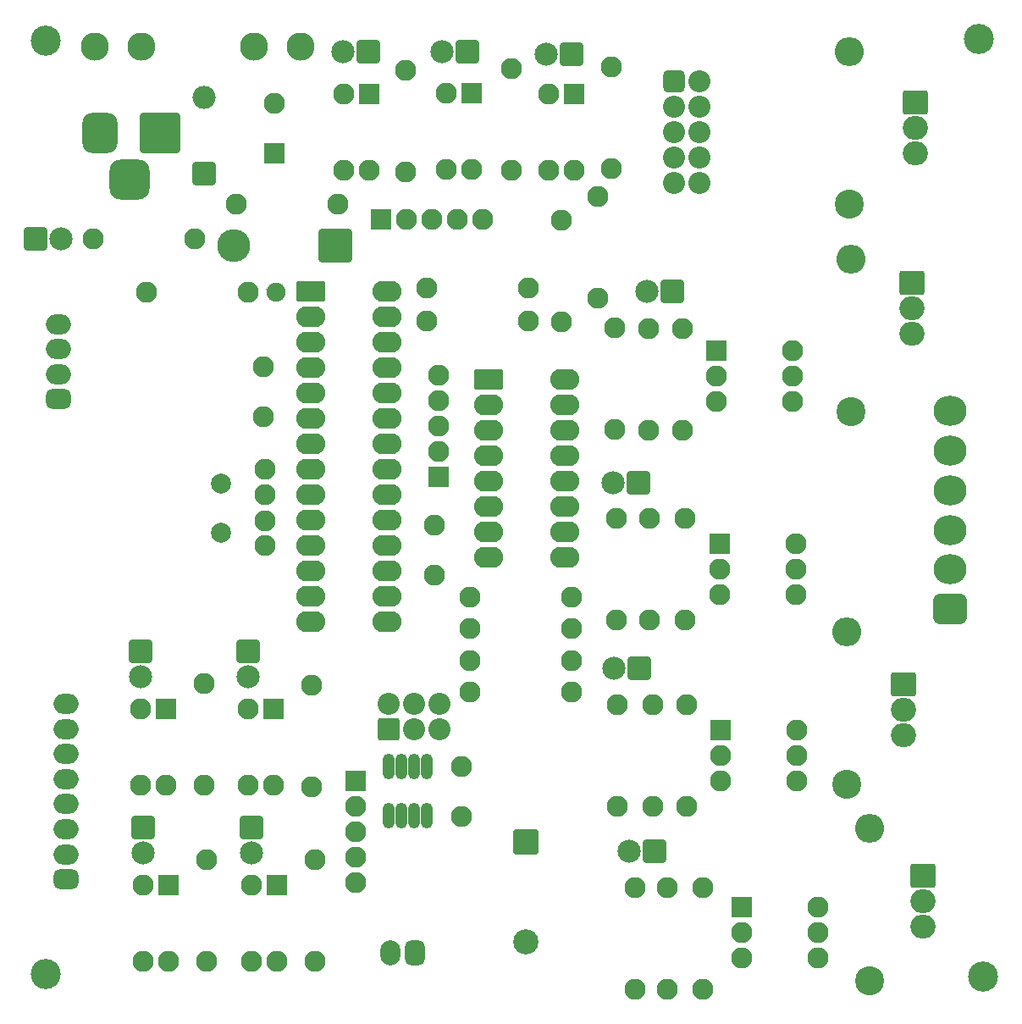
<source format=gbr>
%TF.GenerationSoftware,KiCad,Pcbnew,(6.0.8)*%
%TF.CreationDate,2022-11-15T21:12:59+04:00*%
%TF.ProjectId,Dryer2,44727965-7232-42e6-9b69-6361645f7063,rev?*%
%TF.SameCoordinates,Original*%
%TF.FileFunction,Soldermask,Top*%
%TF.FilePolarity,Negative*%
%FSLAX46Y46*%
G04 Gerber Fmt 4.6, Leading zero omitted, Abs format (unit mm)*
G04 Created by KiCad (PCBNEW (6.0.8)) date 2022-11-15 21:12:59*
%MOMM*%
%LPD*%
G01*
G04 APERTURE LIST*
G04 Aperture macros list*
%AMRoundRect*
0 Rectangle with rounded corners*
0 $1 Rounding radius*
0 $2 $3 $4 $5 $6 $7 $8 $9 X,Y pos of 4 corners*
0 Add a 4 corners polygon primitive as box body*
4,1,4,$2,$3,$4,$5,$6,$7,$8,$9,$2,$3,0*
0 Add four circle primitives for the rounded corners*
1,1,$1+$1,$2,$3*
1,1,$1+$1,$4,$5*
1,1,$1+$1,$6,$7*
1,1,$1+$1,$8,$9*
0 Add four rect primitives between the rounded corners*
20,1,$1+$1,$2,$3,$4,$5,0*
20,1,$1+$1,$4,$5,$6,$7,0*
20,1,$1+$1,$6,$7,$8,$9,0*
20,1,$1+$1,$8,$9,$2,$3,0*%
G04 Aperture macros list end*
%ADD10C,1.908000*%
%ADD11C,2.108000*%
%ADD12O,2.108000X2.108000*%
%ADD13RoundRect,0.254000X-0.800000X0.800000X-0.800000X-0.800000X0.800000X-0.800000X0.800000X0.800000X0*%
%ADD14C,2.008000*%
%ADD15RoundRect,0.254000X-1.200000X-0.800000X1.200000X-0.800000X1.200000X0.800000X-1.200000X0.800000X0*%
%ADD16O,2.908000X2.108000*%
%ADD17O,2.508000X2.413000*%
%ADD18RoundRect,0.254000X-1.000000X0.952500X-1.000000X-0.952500X1.000000X-0.952500X1.000000X0.952500X0*%
%ADD19RoundRect,0.254000X0.900000X-0.900000X0.900000X0.900000X-0.900000X0.900000X-0.900000X-0.900000X0*%
%ADD20O,2.308000X2.308000*%
%ADD21RoundRect,0.254000X0.900000X0.900000X-0.900000X0.900000X-0.900000X-0.900000X0.900000X-0.900000X0*%
%ADD22C,2.308000*%
%ADD23RoundRect,0.504000X-0.600000X-0.600000X0.600000X-0.600000X0.600000X0.600000X-0.600000X0.600000X0*%
%ADD24C,2.208000*%
%ADD25RoundRect,0.254000X-0.800000X-0.800000X0.800000X-0.800000X0.800000X0.800000X-0.800000X0.800000X0*%
%ADD26RoundRect,0.254000X0.800000X-0.800000X0.800000X0.800000X-0.800000X0.800000X-0.800000X-0.800000X0*%
%ADD27C,3.008000*%
%ADD28C,2.808000*%
%ADD29RoundRect,0.254000X-0.900000X0.900000X-0.900000X-0.900000X0.900000X-0.900000X0.900000X0.900000X0*%
%ADD30RoundRect,0.254000X0.850000X-0.850000X0.850000X0.850000X-0.850000X0.850000X-0.850000X-0.850000X0*%
%ADD31O,2.208000X2.208000*%
%ADD32O,2.908000X2.908000*%
%ADD33C,2.908000*%
%ADD34RoundRect,0.629000X0.625000X-0.375000X0.625000X0.375000X-0.625000X0.375000X-0.625000X-0.375000X0*%
%ADD35O,2.508000X2.008000*%
%ADD36RoundRect,0.254000X-1.000000X1.000000X-1.000000X-1.000000X1.000000X-1.000000X1.000000X1.000000X0*%
%ADD37C,2.508000*%
%ADD38RoundRect,0.404000X0.150000X-0.825000X0.150000X0.825000X-0.150000X0.825000X-0.150000X-0.825000X0*%
%ADD39RoundRect,0.629000X0.375000X0.625000X-0.375000X0.625000X-0.375000X-0.625000X0.375000X-0.625000X0*%
%ADD40O,2.008000X2.508000*%
%ADD41RoundRect,0.254000X-0.900000X-0.900000X0.900000X-0.900000X0.900000X0.900000X-0.900000X0.900000X0*%
%ADD42RoundRect,1.129000X-0.875000X-0.875000X0.875000X-0.875000X0.875000X0.875000X-0.875000X0.875000X0*%
%ADD43RoundRect,1.004000X-0.750000X-1.000000X0.750000X-1.000000X0.750000X1.000000X-0.750000X1.000000X0*%
%ADD44RoundRect,0.254000X-1.750000X-1.750000X1.750000X-1.750000X1.750000X1.750000X-1.750000X1.750000X0*%
%ADD45RoundRect,0.254000X1.400000X1.400000X-1.400000X1.400000X-1.400000X-1.400000X1.400000X-1.400000X0*%
%ADD46O,3.308000X3.308000*%
%ADD47O,3.308000X2.968000*%
%ADD48RoundRect,0.504000X1.150000X-0.980000X1.150000X0.980000X-1.150000X0.980000X-1.150000X-0.980000X0*%
G04 APERTURE END LIST*
D10*
%TO.C,REF\u002A\u002A*%
X202100000Y-88000000D03*
%TD*%
D11*
%TO.C,R407*%
X243200000Y-129220000D03*
D12*
X243200000Y-139380000D03*
%TD*%
%TO.C,U302*%
X201895000Y-137305000D03*
X199355000Y-137305000D03*
X199355000Y-129685000D03*
D13*
X201895000Y-129685000D03*
%TD*%
D14*
%TO.C,Y1*%
X196596000Y-107150000D03*
X196596000Y-112050000D03*
%TD*%
D11*
%TO.C,C102*%
X201000000Y-113350000D03*
X201000000Y-110850000D03*
%TD*%
D15*
%TO.C,U101*%
X205600000Y-87975000D03*
D16*
X205600000Y-90515000D03*
X205600000Y-93055000D03*
X205600000Y-95595000D03*
X205600000Y-98135000D03*
X205600000Y-100675000D03*
X205600000Y-103215000D03*
X205600000Y-105755000D03*
X205600000Y-108295000D03*
X205600000Y-110835000D03*
X205600000Y-113375000D03*
X205600000Y-115915000D03*
X205600000Y-118455000D03*
X205600000Y-120995000D03*
X213220000Y-120995000D03*
X213220000Y-118455000D03*
X213220000Y-115915000D03*
X213220000Y-113375000D03*
X213220000Y-110835000D03*
X213220000Y-108295000D03*
X213220000Y-105755000D03*
X213220000Y-103215000D03*
X213220000Y-100675000D03*
X213220000Y-98135000D03*
X213220000Y-95595000D03*
X213220000Y-93055000D03*
X213220000Y-90515000D03*
X213220000Y-87975000D03*
%TD*%
D17*
%TO.C,Q404*%
X266055000Y-74140000D03*
X266055000Y-71600000D03*
D18*
X266055000Y-69060000D03*
%TD*%
D19*
%TO.C,D101*%
X194945000Y-76200000D03*
D20*
X194945000Y-68580000D03*
%TD*%
D21*
%TO.C,D403*%
X238400000Y-107100000D03*
D22*
X235860000Y-107100000D03*
%TD*%
D17*
%TO.C,Q403*%
X265755000Y-92140000D03*
X265755000Y-89600000D03*
D18*
X265755000Y-87060000D03*
%TD*%
D11*
%TO.C,R409*%
X236200000Y-110620000D03*
D12*
X236200000Y-120780000D03*
%TD*%
D13*
%TO.C,U307*%
X231975000Y-68200000D03*
D12*
X229435000Y-68200000D03*
X229435000Y-75820000D03*
X231975000Y-75820000D03*
%TD*%
D11*
%TO.C,R107*%
X234300000Y-78420000D03*
D12*
X234300000Y-88580000D03*
%TD*%
D11*
%TO.C,R405*%
X236300000Y-129220000D03*
D12*
X236300000Y-139380000D03*
%TD*%
D11*
%TO.C,R402*%
X241244000Y-147520000D03*
D12*
X241244000Y-157680000D03*
%TD*%
D11*
%TO.C,C106*%
X200900000Y-100500000D03*
X200900000Y-95500000D03*
%TD*%
%TO.C,R203*%
X221500000Y-121675000D03*
D12*
X231660000Y-121675000D03*
%TD*%
D23*
%TO.C,J503*%
X241947500Y-66920000D03*
D24*
X244487500Y-66920000D03*
X241947500Y-69460000D03*
X244487500Y-69460000D03*
X241947500Y-72000000D03*
X244487500Y-72000000D03*
X241947500Y-74540000D03*
X244487500Y-74540000D03*
X241947500Y-77080000D03*
X244487500Y-77080000D03*
%TD*%
D25*
%TO.C,U401*%
X248700000Y-149475000D03*
D12*
X248700000Y-152015000D03*
X248700000Y-154555000D03*
X256320000Y-154555000D03*
X256320000Y-152015000D03*
X256320000Y-149475000D03*
%TD*%
D21*
%TO.C,D401*%
X240000000Y-143900000D03*
D22*
X237460000Y-143900000D03*
%TD*%
D11*
%TO.C,R307*%
X235700000Y-75680000D03*
D12*
X235700000Y-65520000D03*
%TD*%
D13*
%TO.C,U304*%
X202195000Y-147290000D03*
D12*
X199655000Y-147290000D03*
X199655000Y-154910000D03*
X202195000Y-154910000D03*
%TD*%
D26*
%TO.C,RN201*%
X218400000Y-106500000D03*
D12*
X218400000Y-103960000D03*
X218400000Y-101420000D03*
X218400000Y-98880000D03*
X218400000Y-96340000D03*
%TD*%
%TO.C,U303*%
X191100000Y-137305000D03*
X188560000Y-137305000D03*
X188560000Y-129685000D03*
D13*
X191100000Y-129685000D03*
%TD*%
D27*
%TO.C,H501*%
X272400000Y-62700000D03*
%TD*%
D11*
%TO.C,R303*%
X194905000Y-137295000D03*
D12*
X194905000Y-127135000D03*
%TD*%
D11*
%TO.C,R102*%
X208280000Y-79200000D03*
D12*
X198120000Y-79200000D03*
%TD*%
D22*
%TO.C,D404*%
X239260000Y-87900000D03*
D21*
X241800000Y-87900000D03*
%TD*%
D28*
%TO.C,F1*%
X184060000Y-63500000D03*
X188660000Y-63500000D03*
X204560000Y-63500000D03*
X199960000Y-63500000D03*
%TD*%
D11*
%TO.C,R406*%
X239800000Y-129220000D03*
D12*
X239800000Y-139380000D03*
%TD*%
D22*
%TO.C,D304*%
X199650000Y-144100000D03*
D29*
X199650000Y-141560000D03*
%TD*%
D30*
%TO.C,J102*%
X213375000Y-131675000D03*
D31*
X213375000Y-129135000D03*
X215915000Y-131675000D03*
X215915000Y-129135000D03*
X218455000Y-131675000D03*
X218455000Y-129135000D03*
%TD*%
D11*
%TO.C,R401*%
X238000000Y-147500000D03*
D12*
X238000000Y-157660000D03*
%TD*%
%TO.C,R413*%
X236000000Y-101760000D03*
D11*
X236000000Y-91600000D03*
%TD*%
D18*
%TO.C,Q401*%
X266855000Y-146360000D03*
D17*
X266855000Y-148900000D03*
X266855000Y-151440000D03*
%TD*%
D11*
%TO.C,R105*%
X217220000Y-87600000D03*
D12*
X227380000Y-87600000D03*
%TD*%
D32*
%TO.C,R412*%
X259600000Y-84680000D03*
D33*
X259600000Y-99920000D03*
%TD*%
D34*
%TO.C,J506*%
X180340000Y-98700000D03*
D35*
X180340000Y-96200000D03*
X180340000Y-93700000D03*
X180340000Y-91200000D03*
%TD*%
D27*
%TO.C,H503*%
X179070000Y-156210000D03*
%TD*%
D13*
%TO.C,U301*%
X191400000Y-147290000D03*
D12*
X188860000Y-147290000D03*
X188860000Y-154910000D03*
X191400000Y-154910000D03*
%TD*%
D11*
%TO.C,R410*%
X239444000Y-110620000D03*
D12*
X239444000Y-120780000D03*
%TD*%
D11*
%TO.C,R104*%
X217220000Y-90900000D03*
D12*
X227380000Y-90900000D03*
%TD*%
D33*
%TO.C,R404*%
X261500000Y-156820000D03*
D32*
X261500000Y-141580000D03*
%TD*%
D11*
%TO.C,R201*%
X221500000Y-128025000D03*
D12*
X231660000Y-128025000D03*
%TD*%
D36*
%TO.C,BZ401*%
X227100000Y-143000000D03*
D37*
X227100000Y-153000000D03*
%TD*%
D13*
%TO.C,U306*%
X221675000Y-68100000D03*
D12*
X219135000Y-68100000D03*
X219135000Y-75720000D03*
X221675000Y-75720000D03*
%TD*%
D21*
%TO.C,D402*%
X238500000Y-125600000D03*
D22*
X235960000Y-125600000D03*
%TD*%
D11*
%TO.C,R204*%
X221500000Y-118500000D03*
D12*
X231660000Y-118500000D03*
%TD*%
D38*
%TO.C,U202*%
X213395000Y-135425000D03*
X214665000Y-135425000D03*
X215935000Y-135425000D03*
X217205000Y-135425000D03*
X217205000Y-140375000D03*
X215935000Y-140375000D03*
X214665000Y-140375000D03*
X213395000Y-140375000D03*
%TD*%
D39*
%TO.C,J505*%
X216050000Y-154100000D03*
D40*
X213550000Y-154100000D03*
%TD*%
D41*
%TO.C,D102*%
X178125000Y-82700000D03*
D22*
X180665000Y-82700000D03*
%TD*%
D11*
%TO.C,R202*%
X221500000Y-124850000D03*
D12*
X231660000Y-124850000D03*
%TD*%
D11*
%TO.C,R305*%
X215100000Y-76000000D03*
D12*
X215100000Y-65840000D03*
%TD*%
%TO.C,R414*%
X239400000Y-101780000D03*
D11*
X239400000Y-91620000D03*
%TD*%
D15*
%TO.C,U201*%
X223400000Y-96700000D03*
D16*
X223400000Y-99240000D03*
X223400000Y-101780000D03*
X223400000Y-104320000D03*
X223400000Y-106860000D03*
X223400000Y-109400000D03*
X223400000Y-111940000D03*
X223400000Y-114480000D03*
X231020000Y-114480000D03*
X231020000Y-111940000D03*
X231020000Y-109400000D03*
X231020000Y-106860000D03*
X231020000Y-104320000D03*
X231020000Y-101780000D03*
X231020000Y-99240000D03*
X231020000Y-96700000D03*
%TD*%
D42*
%TO.C,J101*%
X187500000Y-76767500D03*
D43*
X184500000Y-72067500D03*
D44*
X190500000Y-72067500D03*
%TD*%
D11*
%TO.C,R101*%
X183820000Y-82700000D03*
D12*
X193980000Y-82700000D03*
%TD*%
D27*
%TO.C,H502*%
X179070000Y-62865000D03*
%TD*%
D45*
%TO.C,D103*%
X208080000Y-83400000D03*
D46*
X197920000Y-83400000D03*
%TD*%
D26*
%TO.C,C101*%
X201930000Y-74157651D03*
D11*
X201930000Y-69157651D03*
%TD*%
%TO.C,R403*%
X244800000Y-147520000D03*
D12*
X244800000Y-157680000D03*
%TD*%
D11*
%TO.C,C201*%
X220700000Y-135400000D03*
X220700000Y-140400000D03*
%TD*%
D29*
%TO.C,D301*%
X188855000Y-141560000D03*
D22*
X188855000Y-144100000D03*
%TD*%
D12*
%TO.C,RN102*%
X210100000Y-147060000D03*
X210100000Y-144520000D03*
X210100000Y-141980000D03*
X210100000Y-139440000D03*
D13*
X210100000Y-136900000D03*
%TD*%
D33*
%TO.C,R408*%
X259200000Y-137200000D03*
D32*
X259200000Y-121960000D03*
%TD*%
D25*
%TO.C,U402*%
X246612000Y-131775000D03*
D12*
X246612000Y-134315000D03*
X246612000Y-136855000D03*
X254232000Y-136855000D03*
X254232000Y-134315000D03*
X254232000Y-131775000D03*
%TD*%
D11*
%TO.C,C103*%
X201000000Y-108250000D03*
X201000000Y-105750000D03*
%TD*%
D32*
%TO.C,R416*%
X259500000Y-63980000D03*
D33*
X259500000Y-79220000D03*
%TD*%
D21*
%TO.C,D305*%
X211400000Y-64000000D03*
D22*
X208860000Y-64000000D03*
%TD*%
D12*
%TO.C,U403*%
X254120000Y-113175000D03*
X254120000Y-115715000D03*
X254120000Y-118255000D03*
X246500000Y-118255000D03*
X246500000Y-115715000D03*
D25*
X246500000Y-113175000D03*
%TD*%
D12*
%TO.C,R415*%
X242800000Y-101780000D03*
D11*
X242800000Y-91620000D03*
%TD*%
%TO.C,R302*%
X205700000Y-137480000D03*
D12*
X205700000Y-127320000D03*
%TD*%
D11*
%TO.C,R306*%
X225700000Y-75800000D03*
D12*
X225700000Y-65640000D03*
%TD*%
D11*
%TO.C,R411*%
X243000000Y-110620000D03*
D12*
X243000000Y-120780000D03*
%TD*%
D34*
%TO.C,J502*%
X181100000Y-146700000D03*
D35*
X181100000Y-144200000D03*
X181100000Y-141700000D03*
X181100000Y-139200000D03*
X181100000Y-136700000D03*
X181100000Y-134200000D03*
X181100000Y-131700000D03*
X181100000Y-129200000D03*
%TD*%
D11*
%TO.C,R301*%
X195205000Y-154900000D03*
D12*
X195205000Y-144740000D03*
%TD*%
%TO.C,U404*%
X253820000Y-93875000D03*
X253820000Y-96415000D03*
X253820000Y-98955000D03*
X246200000Y-98955000D03*
X246200000Y-96415000D03*
D25*
X246200000Y-93875000D03*
%TD*%
D21*
%TO.C,D306*%
X221300000Y-64000000D03*
D22*
X218760000Y-64000000D03*
%TD*%
D29*
%TO.C,D302*%
X199350000Y-123955000D03*
D22*
X199350000Y-126495000D03*
%TD*%
D27*
%TO.C,H504*%
X272796000Y-156464000D03*
%TD*%
D11*
%TO.C,C105*%
X217932000Y-116292000D03*
X217932000Y-111292000D03*
%TD*%
%TO.C,R103*%
X189220000Y-88000000D03*
D12*
X199380000Y-88000000D03*
%TD*%
D47*
%TO.C,J504*%
X269550000Y-99900000D03*
X269550000Y-103860000D03*
X269550000Y-107820000D03*
X269550000Y-111780000D03*
X269550000Y-115740000D03*
D48*
X269550000Y-119700000D03*
%TD*%
D11*
%TO.C,R106*%
X230700000Y-80820000D03*
D12*
X230700000Y-90980000D03*
%TD*%
D13*
%TO.C,U305*%
X211475000Y-68200000D03*
D12*
X208935000Y-68200000D03*
X208935000Y-75820000D03*
X211475000Y-75820000D03*
%TD*%
D22*
%TO.C,D303*%
X188555000Y-126495000D03*
D29*
X188555000Y-123955000D03*
%TD*%
D25*
%TO.C,RN101*%
X212600000Y-80700000D03*
D12*
X215140000Y-80700000D03*
X217680000Y-80700000D03*
X220220000Y-80700000D03*
X222760000Y-80700000D03*
%TD*%
D18*
%TO.C,Q402*%
X264855000Y-127260000D03*
D17*
X264855000Y-129800000D03*
X264855000Y-132340000D03*
%TD*%
D21*
%TO.C,D307*%
X231700000Y-64200000D03*
D22*
X229160000Y-64200000D03*
%TD*%
D11*
%TO.C,R304*%
X206000000Y-154900000D03*
D12*
X206000000Y-144740000D03*
%TD*%
G36*
X202106902Y-87039417D02*
G01*
X202292966Y-87058974D01*
X202293354Y-87059054D01*
X202293380Y-87059062D01*
X202472071Y-87114375D01*
X202472431Y-87114527D01*
X202637001Y-87203510D01*
X202637325Y-87203728D01*
X202781481Y-87322984D01*
X202781756Y-87323261D01*
X202847002Y-87403261D01*
X202900003Y-87468246D01*
X202900219Y-87468571D01*
X202932038Y-87528415D01*
X202940181Y-87543730D01*
X202961511Y-87583846D01*
X202969601Y-87599061D01*
X202971062Y-87601809D01*
X202974044Y-87607417D01*
X202981490Y-87621421D01*
X202986556Y-87630949D01*
X202988051Y-87633760D01*
X202988145Y-87634139D01*
X202988200Y-87634122D01*
X202990094Y-87640395D01*
X202994130Y-87653763D01*
X202995860Y-87659492D01*
X203004811Y-87689140D01*
X203015585Y-87724825D01*
X203042275Y-87813225D01*
X203042350Y-87813608D01*
X203050801Y-87899805D01*
X203053107Y-87923322D01*
X203055880Y-87951602D01*
X203056723Y-87960201D01*
X203059089Y-87984330D01*
X203059090Y-87984331D01*
X203059164Y-87985090D01*
X203059163Y-87985090D01*
X203059294Y-87986420D01*
X203059294Y-87986422D01*
X203059430Y-87987808D01*
X203060285Y-87996530D01*
X203060606Y-87999805D01*
X203060709Y-88000852D01*
X203060719Y-88001075D01*
X203060374Y-88025752D01*
X203060358Y-88025975D01*
X203060226Y-88027017D01*
X203059982Y-88028950D01*
X203059901Y-88029589D01*
X203059902Y-88029589D01*
X203059891Y-88029677D01*
X203059890Y-88029680D01*
X203056743Y-88054592D01*
X203054760Y-88070286D01*
X203054705Y-88070723D01*
X203053435Y-88080776D01*
X203048007Y-88123744D01*
X203043885Y-88156375D01*
X203042791Y-88165036D01*
X203041747Y-88173300D01*
X203036779Y-88212631D01*
X203036693Y-88213011D01*
X202977638Y-88390538D01*
X202977479Y-88390895D01*
X202885070Y-88553564D01*
X202884845Y-88553883D01*
X202762594Y-88695512D01*
X202762311Y-88695781D01*
X202614885Y-88810963D01*
X202614556Y-88811172D01*
X202477852Y-88880225D01*
X202477840Y-88880231D01*
X202455121Y-88891707D01*
X202453310Y-88892622D01*
X202447561Y-88895526D01*
X202447197Y-88895667D01*
X202434801Y-88899128D01*
X202266999Y-88945980D01*
X202266614Y-88946048D01*
X202080078Y-88960401D01*
X202079688Y-88960393D01*
X201893912Y-88938241D01*
X201893531Y-88938157D01*
X201715602Y-88880344D01*
X201715244Y-88880188D01*
X201551929Y-88788914D01*
X201551609Y-88788691D01*
X201531751Y-88771790D01*
X201486987Y-88733693D01*
X201478370Y-88726359D01*
X201476081Y-88724411D01*
X201467989Y-88717524D01*
X201467902Y-88717450D01*
X201453178Y-88704919D01*
X201442378Y-88695728D01*
X201442376Y-88695726D01*
X201433628Y-88688281D01*
X201430915Y-88685972D01*
X201409133Y-88667434D01*
X201409015Y-88667325D01*
X201409013Y-88667323D01*
X201408860Y-88667151D01*
X201407056Y-88664875D01*
X201399238Y-88655011D01*
X201292654Y-88520537D01*
X201292442Y-88520209D01*
X201282705Y-88501262D01*
X201266729Y-88470176D01*
X201264791Y-88466405D01*
X201254306Y-88446004D01*
X201245883Y-88429614D01*
X201245865Y-88429579D01*
X201245859Y-88429568D01*
X201241342Y-88420779D01*
X201240913Y-88419944D01*
X201238182Y-88414629D01*
X201231911Y-88402428D01*
X201228005Y-88394827D01*
X201227793Y-88394414D01*
X201225946Y-88390821D01*
X201224968Y-88388917D01*
X201224944Y-88388871D01*
X201224936Y-88388856D01*
X201222623Y-88384355D01*
X201218427Y-88376191D01*
X201215394Y-88370288D01*
X201215376Y-88370253D01*
X201215370Y-88370242D01*
X201212260Y-88364191D01*
X201211030Y-88361797D01*
X201211009Y-88361755D01*
X201206922Y-88353804D01*
X201206778Y-88353441D01*
X201206465Y-88352348D01*
X201204578Y-88345768D01*
X201200837Y-88332721D01*
X201196806Y-88318663D01*
X201187372Y-88285764D01*
X201187372Y-88285762D01*
X201187363Y-88285729D01*
X201187362Y-88285729D01*
X201187153Y-88285000D01*
X201182006Y-88267051D01*
X201182005Y-88267042D01*
X201180035Y-88260174D01*
X201180034Y-88260172D01*
X201180005Y-88260069D01*
X201180004Y-88260069D01*
X201176462Y-88247716D01*
X201172547Y-88234063D01*
X201169991Y-88225148D01*
X201169167Y-88222276D01*
X201169167Y-88222274D01*
X201169096Y-88222024D01*
X201169095Y-88222024D01*
X201163603Y-88202871D01*
X201162059Y-88197487D01*
X201160674Y-88192656D01*
X201160147Y-88190818D01*
X201156254Y-88177242D01*
X201155208Y-88173595D01*
X201155138Y-88173211D01*
X201139483Y-87986784D01*
X201139485Y-87986646D01*
X201143487Y-87986646D01*
X201159109Y-88172684D01*
X201160100Y-88176140D01*
X201163993Y-88189716D01*
X201164520Y-88191554D01*
X201165905Y-88196385D01*
X201167449Y-88201769D01*
X201172941Y-88220922D01*
X201172941Y-88220924D01*
X201173012Y-88221173D01*
X201173836Y-88224045D01*
X201176392Y-88232960D01*
X201180307Y-88246613D01*
X201183849Y-88258966D01*
X201183850Y-88258969D01*
X201183879Y-88259072D01*
X201185851Y-88265948D01*
X201185851Y-88265949D01*
X201185852Y-88265949D01*
X201190999Y-88283898D01*
X201191208Y-88284627D01*
X201191208Y-88284629D01*
X201191217Y-88284662D01*
X201191218Y-88284662D01*
X201200652Y-88317561D01*
X201204683Y-88331619D01*
X201208424Y-88344666D01*
X201210311Y-88351246D01*
X201210570Y-88352152D01*
X201214577Y-88359947D01*
X201214588Y-88359969D01*
X201215818Y-88362363D01*
X201218922Y-88368403D01*
X201218946Y-88368449D01*
X201218952Y-88368460D01*
X201221985Y-88374363D01*
X201226181Y-88382527D01*
X201228486Y-88387013D01*
X201228518Y-88387074D01*
X201228526Y-88387089D01*
X201229504Y-88388993D01*
X201231351Y-88392586D01*
X201231563Y-88392999D01*
X201235469Y-88400600D01*
X201241740Y-88412801D01*
X201244471Y-88418116D01*
X201244900Y-88418951D01*
X201249411Y-88427729D01*
X201249435Y-88427775D01*
X201249441Y-88427786D01*
X201257864Y-88444176D01*
X201268349Y-88464577D01*
X201270287Y-88468348D01*
X201286263Y-88499434D01*
X201295910Y-88518204D01*
X201402372Y-88652527D01*
X201410190Y-88662391D01*
X201411872Y-88664513D01*
X201433507Y-88682926D01*
X201436220Y-88685235D01*
X201444968Y-88692680D01*
X201444970Y-88692682D01*
X201455770Y-88701873D01*
X201470494Y-88714404D01*
X201470581Y-88714478D01*
X201478673Y-88721365D01*
X201480962Y-88723313D01*
X201489579Y-88730647D01*
X201534343Y-88768744D01*
X201554050Y-88785515D01*
X201717025Y-88876599D01*
X201894581Y-88934291D01*
X202079967Y-88956397D01*
X202266114Y-88942073D01*
X202433725Y-88895276D01*
X202445931Y-88891868D01*
X202451506Y-88889052D01*
X202453317Y-88888137D01*
X202476044Y-88876657D01*
X202476056Y-88876651D01*
X202612576Y-88807689D01*
X202759693Y-88692749D01*
X202881686Y-88551418D01*
X202973903Y-88389087D01*
X203032835Y-88211933D01*
X203037779Y-88172798D01*
X203038823Y-88164534D01*
X203039917Y-88155873D01*
X203044039Y-88123242D01*
X203049467Y-88080274D01*
X203050737Y-88070221D01*
X203050792Y-88069784D01*
X203052775Y-88054090D01*
X203055922Y-88029181D01*
X203055921Y-88029181D01*
X203055932Y-88029093D01*
X203055933Y-88029090D01*
X203056014Y-88028449D01*
X203056244Y-88026630D01*
X203056615Y-88000078D01*
X203056305Y-87996920D01*
X203055450Y-87988198D01*
X203055314Y-87986812D01*
X203055183Y-87985480D01*
X203055182Y-87985478D01*
X203055108Y-87984719D01*
X203055109Y-87984719D01*
X203052743Y-87960591D01*
X203051900Y-87951992D01*
X203049127Y-87923712D01*
X203046821Y-87900195D01*
X203038389Y-87814198D01*
X203011755Y-87725981D01*
X203000981Y-87690296D01*
X202992030Y-87660648D01*
X202990300Y-87654919D01*
X202986264Y-87641551D01*
X202984426Y-87635465D01*
X202983024Y-87632827D01*
X202977958Y-87623299D01*
X202970512Y-87609295D01*
X202967530Y-87603687D01*
X202966069Y-87600939D01*
X202957979Y-87585724D01*
X202936649Y-87545608D01*
X202928506Y-87530293D01*
X202896778Y-87470622D01*
X202843902Y-87405789D01*
X202778780Y-87325942D01*
X202634925Y-87206936D01*
X202470703Y-87118141D01*
X202292351Y-87062931D01*
X202106679Y-87043417D01*
X201920751Y-87060338D01*
X201741646Y-87113052D01*
X201576199Y-87199545D01*
X201575743Y-87199911D01*
X201567140Y-87206828D01*
X201559011Y-87213364D01*
X201545933Y-87223879D01*
X201539973Y-87228671D01*
X201502407Y-87258875D01*
X201484782Y-87273046D01*
X201484778Y-87273049D01*
X201484708Y-87273105D01*
X201480977Y-87276105D01*
X201466275Y-87287926D01*
X201453004Y-87298596D01*
X201430698Y-87316531D01*
X201310693Y-87459548D01*
X201220747Y-87623157D01*
X201167545Y-87790872D01*
X201164299Y-87801107D01*
X201162849Y-87814026D01*
X201161424Y-87826730D01*
X201156568Y-87870021D01*
X201143614Y-87985507D01*
X201143487Y-87986646D01*
X201139485Y-87986646D01*
X201139489Y-87986393D01*
X201139639Y-87985060D01*
X201152593Y-87869574D01*
X201157449Y-87826283D01*
X201158874Y-87813579D01*
X201160344Y-87800470D01*
X201160425Y-87800089D01*
X201163733Y-87789662D01*
X201216995Y-87621755D01*
X201217148Y-87621396D01*
X201307280Y-87457448D01*
X201307501Y-87457126D01*
X201427756Y-87313812D01*
X201428043Y-87313541D01*
X201428039Y-87313536D01*
X201450498Y-87295478D01*
X201463769Y-87284808D01*
X201478471Y-87272987D01*
X201482206Y-87269984D01*
X201482210Y-87269981D01*
X201482280Y-87269925D01*
X201499901Y-87255757D01*
X201537467Y-87225553D01*
X201543427Y-87220761D01*
X201556505Y-87210246D01*
X201564634Y-87203710D01*
X201573237Y-87196793D01*
X201573844Y-87196305D01*
X201573857Y-87196321D01*
X201574172Y-87196090D01*
X201739968Y-87109414D01*
X201740330Y-87109267D01*
X201919808Y-87056444D01*
X201920192Y-87056371D01*
X202106512Y-87039414D01*
X202106902Y-87039417D01*
G37*
M02*

</source>
